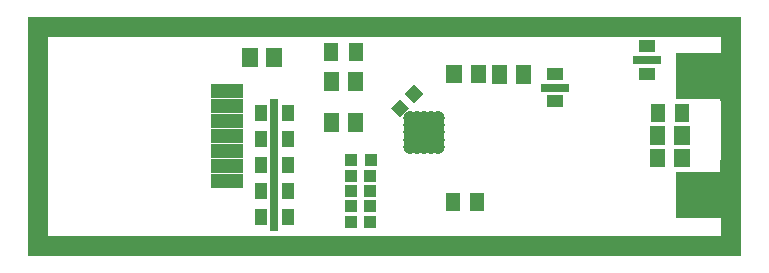
<source format=gbr>
%FSLAX34Y34*%
%MOMM*%
%LNSOLDERMASK_BOTTOM*%
G71*
G01*
%ADD10R,1.100X1.100*%
%ADD11R,1.400X1.100*%
%ADD12R,2.400X0.800*%
%ADD13C,1.200*%
%ADD14R,1.100X1.400*%
%ADD15R,0.800X2.400*%
%ADD16R,2.700X1.200*%
%ADD17R,1.300X1.600*%
%ADD18C,1.700*%
%LPD*%
X289180Y-173034D02*
G54D10*
D03*
X272480Y-173134D02*
G54D10*
D03*
X272680Y-121134D02*
G54D10*
D03*
X289380Y-121034D02*
G54D10*
D03*
X272480Y-147134D02*
G54D10*
D03*
X289180Y-147034D02*
G54D10*
D03*
X272480Y-160134D02*
G54D10*
D03*
X289180Y-160034D02*
G54D10*
D03*
X272480Y-134134D02*
G54D10*
D03*
X289180Y-134034D02*
G54D10*
D03*
G36*
X391706Y-40100D02*
X404706Y-40100D01*
X404706Y-56100D01*
X391706Y-56100D01*
X391706Y-40100D01*
G37*
G36*
X412306Y-40100D02*
X425306Y-40100D01*
X425306Y-56100D01*
X412306Y-56100D01*
X412306Y-40100D01*
G37*
X522985Y-24672D02*
G54D11*
D03*
X522985Y-47672D02*
G54D11*
D03*
X522985Y-36172D02*
G54D12*
D03*
X322255Y-85525D02*
G54D13*
D03*
X328255Y-85525D02*
G54D13*
D03*
X334255Y-85525D02*
G54D13*
D03*
X340255Y-85525D02*
G54D13*
D03*
X346255Y-85525D02*
G54D13*
D03*
X322255Y-91525D02*
G54D13*
D03*
X328255Y-91525D02*
G54D13*
D03*
X334255Y-91525D02*
G54D13*
D03*
X340255Y-91525D02*
G54D13*
D03*
X346255Y-91525D02*
G54D13*
D03*
X322255Y-97525D02*
G54D13*
D03*
X328255Y-97525D02*
G54D13*
D03*
X340255Y-97525D02*
G54D13*
D03*
X346255Y-97525D02*
G54D13*
D03*
X322255Y-103525D02*
G54D13*
D03*
X328255Y-103525D02*
G54D13*
D03*
X334255Y-103525D02*
G54D13*
D03*
X340255Y-103525D02*
G54D13*
D03*
X346255Y-103525D02*
G54D13*
D03*
X322255Y-109525D02*
G54D13*
D03*
X328255Y-109525D02*
G54D13*
D03*
X334255Y-109525D02*
G54D13*
D03*
X340255Y-109525D02*
G54D13*
D03*
X346255Y-109525D02*
G54D13*
D03*
X334259Y-97525D02*
G54D13*
D03*
X196263Y-103460D02*
G54D14*
D03*
X219263Y-103460D02*
G54D14*
D03*
X207763Y-103460D02*
G54D15*
D03*
X196263Y-125460D02*
G54D14*
D03*
X219263Y-125460D02*
G54D14*
D03*
X207763Y-125460D02*
G54D15*
D03*
X196263Y-147460D02*
G54D14*
D03*
X219263Y-147460D02*
G54D14*
D03*
X207763Y-147460D02*
G54D15*
D03*
X196263Y-169460D02*
G54D14*
D03*
X219263Y-169460D02*
G54D14*
D03*
X207763Y-169460D02*
G54D15*
D03*
X196263Y-81460D02*
G54D14*
D03*
X219263Y-81460D02*
G54D14*
D03*
X207763Y-81460D02*
G54D15*
D03*
X167268Y-62592D02*
G54D16*
D03*
X167268Y-75292D02*
G54D16*
D03*
X167268Y-87992D02*
G54D16*
D03*
X167268Y-100692D02*
G54D16*
D03*
X167268Y-113392D02*
G54D16*
D03*
X167268Y-126092D02*
G54D16*
D03*
X167268Y-138792D02*
G54D16*
D03*
X445067Y-48182D02*
G54D11*
D03*
X445067Y-71183D02*
G54D11*
D03*
X445067Y-59682D02*
G54D12*
D03*
X379700Y-156001D02*
G54D17*
D03*
X359100Y-156001D02*
G54D17*
D03*
G54D18*
X8000Y-8000D02*
X594000Y-8000D01*
G36*
X8000Y500D02*
X8000Y-16500D01*
X-500Y-16500D01*
X-500Y500D01*
X8000Y500D01*
G37*
G36*
X594000Y-16500D02*
X594000Y500D01*
X602500Y500D01*
X602500Y-16500D01*
X594000Y-16500D01*
G37*
G54D18*
X594000Y-60000D02*
X594000Y-8000D01*
G36*
X585500Y-60000D02*
X602500Y-60000D01*
X602500Y-68500D01*
X585500Y-68500D01*
X585500Y-60000D01*
G37*
G54D18*
X594000Y-71000D02*
X594000Y-129000D01*
G36*
X602500Y-71000D02*
X585500Y-71000D01*
X585500Y-62500D01*
X602500Y-62500D01*
X602500Y-71000D01*
G37*
G36*
X585500Y-129000D02*
X602500Y-129000D01*
X602500Y-137500D01*
X585500Y-137500D01*
X585500Y-129000D01*
G37*
G54D18*
X594000Y-193000D02*
X594000Y-129000D01*
G36*
X585500Y-193000D02*
X602500Y-193000D01*
X602500Y-201500D01*
X585500Y-201500D01*
X585500Y-193000D01*
G37*
G36*
X602500Y-129000D02*
X585500Y-129000D01*
X585500Y-120500D01*
X602500Y-120500D01*
X602500Y-129000D01*
G37*
G54D18*
X275000Y-194000D02*
X594000Y-194000D01*
G36*
X275000Y-185500D02*
X275000Y-202500D01*
X266500Y-202500D01*
X266500Y-185500D01*
X275000Y-185500D01*
G37*
G36*
X594000Y-202500D02*
X594000Y-185500D01*
X602500Y-185500D01*
X602500Y-202500D01*
X594000Y-202500D01*
G37*
G54D18*
X8000Y-8000D02*
X8000Y-194000D01*
G36*
X16500Y-8000D02*
X-500Y-8000D01*
X-500Y500D01*
X16500Y500D01*
X16500Y-8000D01*
G37*
G36*
X-500Y-194000D02*
X16500Y-194000D01*
X16500Y-202500D01*
X-500Y-202500D01*
X-500Y-194000D01*
G37*
G54D18*
X8000Y-194000D02*
X273000Y-194000D01*
G36*
X273000Y-202500D02*
X273000Y-185500D01*
X281500Y-185500D01*
X281500Y-202500D01*
X273000Y-202500D01*
G37*
G36*
X249403Y-81212D02*
X262403Y-81212D01*
X262403Y-97212D01*
X249403Y-97212D01*
X249403Y-81212D01*
G37*
G36*
X270002Y-81212D02*
X283002Y-81212D01*
X283003Y-97212D01*
X270003Y-97212D01*
X270002Y-81212D01*
G37*
G36*
X249403Y-46212D02*
X262403Y-46212D01*
X262403Y-62212D01*
X249403Y-62212D01*
X249403Y-46212D01*
G37*
G36*
X270002Y-46212D02*
X283002Y-46212D01*
X283003Y-62212D01*
X270003Y-62212D01*
X270002Y-46212D01*
G37*
G36*
X353403Y-40012D02*
X366403Y-40012D01*
X366403Y-56012D01*
X353403Y-56012D01*
X353403Y-40012D01*
G37*
G36*
X374002Y-40012D02*
X387002Y-40012D01*
X387003Y-56012D01*
X374003Y-56012D01*
X374002Y-40012D01*
G37*
X276502Y-29212D02*
G54D17*
D03*
X255903Y-29212D02*
G54D17*
D03*
G36*
X333827Y-64666D02*
X326048Y-72444D01*
X318270Y-64665D01*
X326049Y-56887D01*
X333827Y-64666D01*
G37*
G36*
X322089Y-76545D02*
X314310Y-84323D01*
X306532Y-76544D01*
X314311Y-68767D01*
X322089Y-76545D01*
G37*
G36*
X525706Y-92100D02*
X538706Y-92100D01*
X538706Y-108100D01*
X525706Y-108100D01*
X525706Y-92100D01*
G37*
G36*
X546306Y-92100D02*
X559306Y-92100D01*
X559306Y-108100D01*
X546306Y-108100D01*
X546306Y-92100D01*
G37*
G36*
X548000Y-30600D02*
X601000Y-30600D01*
X601000Y-69600D01*
X548000Y-69600D01*
X548000Y-30600D01*
G37*
G36*
X548000Y-130900D02*
X601000Y-130900D01*
X601000Y-169900D01*
X548000Y-169900D01*
X548000Y-130900D01*
G37*
G36*
X525706Y-111100D02*
X538706Y-111100D01*
X538706Y-127100D01*
X525706Y-127100D01*
X525706Y-111100D01*
G37*
G36*
X546306Y-111100D02*
X559306Y-111100D01*
X559306Y-127100D01*
X546306Y-127100D01*
X546306Y-111100D01*
G37*
X552806Y-81100D02*
G54D17*
D03*
X532206Y-81100D02*
G54D17*
D03*
G36*
X180513Y-26201D02*
X193513Y-26201D01*
X193513Y-42201D01*
X180513Y-42201D01*
X180513Y-26201D01*
G37*
G36*
X201113Y-26201D02*
X214113Y-26200D01*
X214113Y-42200D01*
X201113Y-42201D01*
X201113Y-26201D01*
G37*
M02*

</source>
